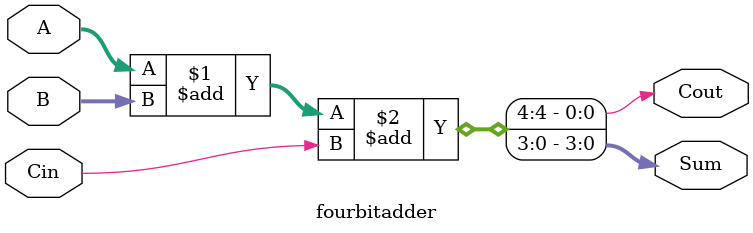
<source format=v>
module fourbitadder(
    input  [3:0] A,
    input  [3:0] B,
    input        Cin,
    output [3:0] Sum,
    output       Cout
);
    assign {Cout, Sum} = A + B + Cin;
    endmodule
</source>
